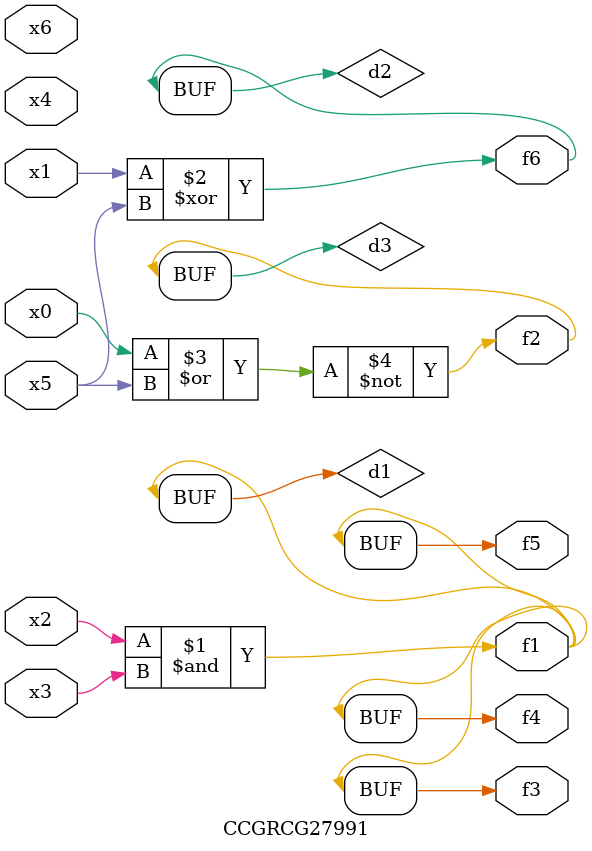
<source format=v>
module CCGRCG27991(
	input x0, x1, x2, x3, x4, x5, x6,
	output f1, f2, f3, f4, f5, f6
);

	wire d1, d2, d3;

	and (d1, x2, x3);
	xor (d2, x1, x5);
	nor (d3, x0, x5);
	assign f1 = d1;
	assign f2 = d3;
	assign f3 = d1;
	assign f4 = d1;
	assign f5 = d1;
	assign f6 = d2;
endmodule

</source>
